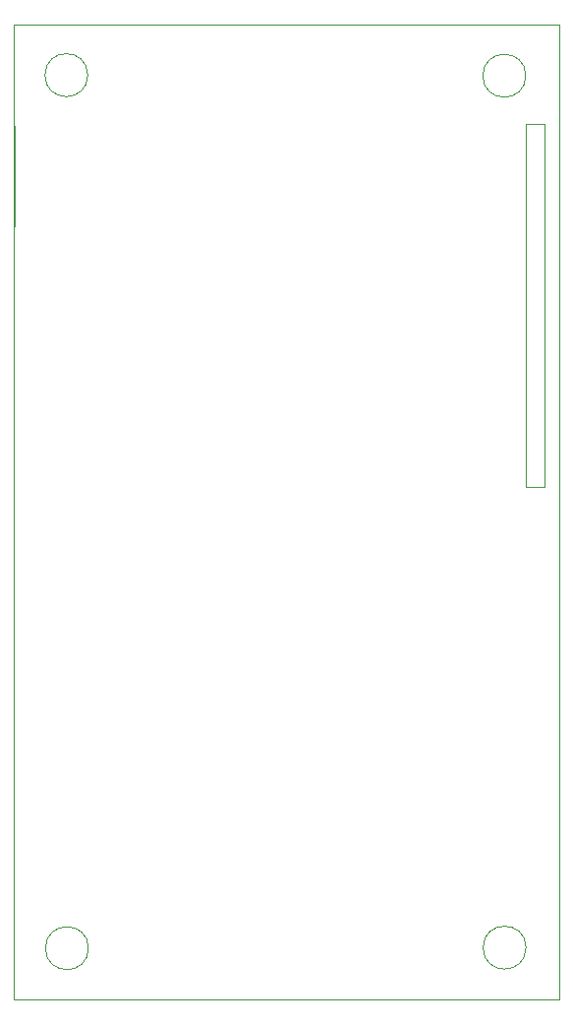
<source format=gbr>
%TF.GenerationSoftware,KiCad,Pcbnew,7.0.1*%
%TF.CreationDate,2023-09-27T13:21:01+00:00*%
%TF.ProjectId,SI4735,53493437-3335-42e6-9b69-6361645f7063,rev?*%
%TF.SameCoordinates,Original*%
%TF.FileFunction,Other,ECO1*%
%FSLAX45Y45*%
G04 Gerber Fmt 4.5, Leading zero omitted, Abs format (unit mm)*
G04 Created by KiCad (PCBNEW 7.0.1) date 2023-09-27 13:21:01*
%MOMM*%
%LPD*%
G01*
G04 APERTURE LIST*
%TA.AperFunction,Profile*%
%ADD10C,0.050000*%
%TD*%
%TA.AperFunction,Profile*%
%ADD11C,0.100000*%
%TD*%
G04 APERTURE END LIST*
D10*
X16904814Y-8370000D02*
G75*
G03*
X16904814Y-8370000I-184814J0D01*
G01*
X13132314Y-8365000D02*
G75*
G03*
X13132314Y-8365000I-184814J0D01*
G01*
X13137500Y-15880000D02*
G75*
G03*
X13137500Y-15880000I-184814J0D01*
G01*
X16905000Y-8787500D02*
X17070000Y-8787500D01*
X17070000Y-11907500D01*
X16905000Y-11907500D01*
X16905000Y-8787500D01*
X16907314Y-15875000D02*
G75*
G03*
X16907314Y-15875000I-184814J0D01*
G01*
X12496500Y-7931500D02*
X17192500Y-7931500D01*
X17192500Y-16320000D01*
X12496500Y-16320000D01*
X12496500Y-7931500D01*
D11*
%TO.C,J3*%
X12499000Y-8804000D02*
X12499000Y-9664000D01*
%TO.C,J5*%
X12498500Y-10481000D02*
X12498500Y-11341000D01*
%TD*%
M02*

</source>
